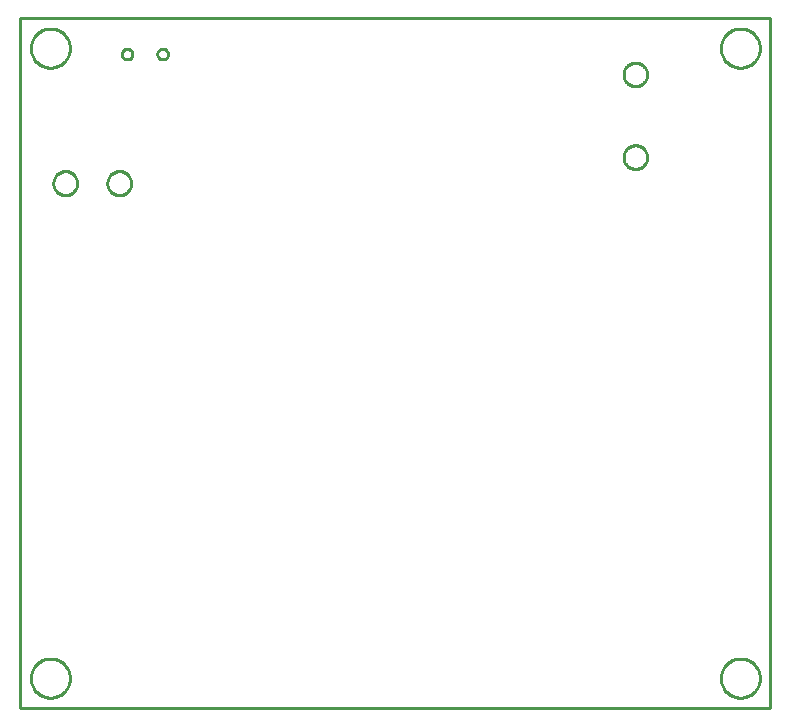
<source format=gbr>
G04 EAGLE Gerber RS-274X export*
G75*
%MOMM*%
%FSLAX34Y34*%
%LPD*%
%IN*%
%IPPOS*%
%AMOC8*
5,1,8,0,0,1.08239X$1,22.5*%
G01*
%ADD10C,0.254000*%


D10*
X0Y0D02*
X635000Y0D01*
X635000Y584200D01*
X0Y584100D01*
X0Y0D01*
X48260Y444056D02*
X48183Y443173D01*
X48029Y442299D01*
X47799Y441442D01*
X47496Y440608D01*
X47121Y439804D01*
X46677Y439036D01*
X46168Y438309D01*
X45598Y437629D01*
X44971Y437002D01*
X44291Y436432D01*
X43564Y435923D01*
X42796Y435479D01*
X41992Y435104D01*
X41158Y434801D01*
X40301Y434571D01*
X39427Y434417D01*
X38544Y434340D01*
X37656Y434340D01*
X36773Y434417D01*
X35899Y434571D01*
X35042Y434801D01*
X34208Y435104D01*
X33404Y435479D01*
X32636Y435923D01*
X31909Y436432D01*
X31229Y437002D01*
X30602Y437629D01*
X30032Y438309D01*
X29523Y439036D01*
X29079Y439804D01*
X28704Y440608D01*
X28401Y441442D01*
X28171Y442299D01*
X28017Y443173D01*
X27940Y444056D01*
X27940Y444944D01*
X28017Y445827D01*
X28171Y446701D01*
X28401Y447558D01*
X28704Y448392D01*
X29079Y449196D01*
X29523Y449964D01*
X30032Y450691D01*
X30602Y451371D01*
X31229Y451998D01*
X31909Y452568D01*
X32636Y453077D01*
X33404Y453521D01*
X34208Y453896D01*
X35042Y454199D01*
X35899Y454429D01*
X36773Y454583D01*
X37656Y454660D01*
X38544Y454660D01*
X39427Y454583D01*
X40301Y454429D01*
X41158Y454199D01*
X41992Y453896D01*
X42796Y453521D01*
X43564Y453077D01*
X44291Y452568D01*
X44971Y451998D01*
X45598Y451371D01*
X46168Y450691D01*
X46677Y449964D01*
X47121Y449196D01*
X47496Y448392D01*
X47799Y447558D01*
X48029Y446701D01*
X48183Y445827D01*
X48260Y444944D01*
X48260Y444056D01*
X93980Y444056D02*
X93903Y443173D01*
X93749Y442299D01*
X93519Y441442D01*
X93216Y440608D01*
X92841Y439804D01*
X92397Y439036D01*
X91888Y438309D01*
X91318Y437629D01*
X90691Y437002D01*
X90011Y436432D01*
X89284Y435923D01*
X88516Y435479D01*
X87712Y435104D01*
X86878Y434801D01*
X86021Y434571D01*
X85147Y434417D01*
X84264Y434340D01*
X83376Y434340D01*
X82493Y434417D01*
X81619Y434571D01*
X80762Y434801D01*
X79928Y435104D01*
X79124Y435479D01*
X78356Y435923D01*
X77629Y436432D01*
X76949Y437002D01*
X76322Y437629D01*
X75752Y438309D01*
X75243Y439036D01*
X74799Y439804D01*
X74424Y440608D01*
X74121Y441442D01*
X73891Y442299D01*
X73737Y443173D01*
X73660Y444056D01*
X73660Y444944D01*
X73737Y445827D01*
X73891Y446701D01*
X74121Y447558D01*
X74424Y448392D01*
X74799Y449196D01*
X75243Y449964D01*
X75752Y450691D01*
X76322Y451371D01*
X76949Y451998D01*
X77629Y452568D01*
X78356Y453077D01*
X79124Y453521D01*
X79928Y453896D01*
X80762Y454199D01*
X81619Y454429D01*
X82493Y454583D01*
X83376Y454660D01*
X84264Y454660D01*
X85147Y454583D01*
X86021Y454429D01*
X86878Y454199D01*
X87712Y453896D01*
X88516Y453521D01*
X89284Y453077D01*
X90011Y452568D01*
X90691Y451998D01*
X91318Y451371D01*
X91888Y450691D01*
X92397Y449964D01*
X92841Y449196D01*
X93216Y448392D01*
X93519Y447558D01*
X93749Y446701D01*
X93903Y445827D01*
X93980Y444944D01*
X93980Y444056D01*
X520263Y526500D02*
X519394Y526576D01*
X518534Y526728D01*
X517690Y526954D01*
X516870Y527252D01*
X516078Y527621D01*
X515322Y528058D01*
X514607Y528559D01*
X513938Y529120D01*
X513320Y529738D01*
X512759Y530407D01*
X512258Y531122D01*
X511821Y531878D01*
X511452Y532670D01*
X511154Y533490D01*
X510928Y534334D01*
X510776Y535194D01*
X510700Y536063D01*
X510700Y536937D01*
X510776Y537807D01*
X510928Y538666D01*
X511154Y539510D01*
X511452Y540330D01*
X511821Y541122D01*
X512258Y541878D01*
X512759Y542593D01*
X513320Y543262D01*
X513938Y543880D01*
X514607Y544441D01*
X515322Y544942D01*
X516078Y545379D01*
X516870Y545748D01*
X517690Y546046D01*
X518534Y546272D01*
X519394Y546424D01*
X520263Y546500D01*
X521137Y546500D01*
X522007Y546424D01*
X522866Y546272D01*
X523710Y546046D01*
X524530Y545748D01*
X525322Y545379D01*
X526078Y544942D01*
X526793Y544441D01*
X527462Y543880D01*
X528080Y543262D01*
X528641Y542593D01*
X529142Y541878D01*
X529579Y541122D01*
X529948Y540330D01*
X530246Y539510D01*
X530472Y538666D01*
X530624Y537807D01*
X530700Y536937D01*
X530700Y536063D01*
X530624Y535194D01*
X530472Y534334D01*
X530246Y533490D01*
X529948Y532670D01*
X529579Y531878D01*
X529142Y531122D01*
X528641Y530407D01*
X528080Y529738D01*
X527462Y529120D01*
X526793Y528559D01*
X526078Y528058D01*
X525322Y527621D01*
X524530Y527252D01*
X523710Y526954D01*
X522866Y526728D01*
X522007Y526576D01*
X521137Y526500D01*
X520263Y526500D01*
X520263Y456500D02*
X519394Y456576D01*
X518534Y456728D01*
X517690Y456954D01*
X516870Y457252D01*
X516078Y457621D01*
X515322Y458058D01*
X514607Y458559D01*
X513938Y459120D01*
X513320Y459738D01*
X512759Y460407D01*
X512258Y461122D01*
X511821Y461878D01*
X511452Y462670D01*
X511154Y463490D01*
X510928Y464334D01*
X510776Y465194D01*
X510700Y466063D01*
X510700Y466937D01*
X510776Y467807D01*
X510928Y468666D01*
X511154Y469510D01*
X511452Y470330D01*
X511821Y471122D01*
X512258Y471878D01*
X512759Y472593D01*
X513320Y473262D01*
X513938Y473880D01*
X514607Y474441D01*
X515322Y474942D01*
X516078Y475379D01*
X516870Y475748D01*
X517690Y476046D01*
X518534Y476272D01*
X519394Y476424D01*
X520263Y476500D01*
X521137Y476500D01*
X522007Y476424D01*
X522866Y476272D01*
X523710Y476046D01*
X524530Y475748D01*
X525322Y475379D01*
X526078Y474942D01*
X526793Y474441D01*
X527462Y473880D01*
X528080Y473262D01*
X528641Y472593D01*
X529142Y471878D01*
X529579Y471122D01*
X529948Y470330D01*
X530246Y469510D01*
X530472Y468666D01*
X530624Y467807D01*
X530700Y466937D01*
X530700Y466063D01*
X530624Y465194D01*
X530472Y464334D01*
X530246Y463490D01*
X529948Y462670D01*
X529579Y461878D01*
X529142Y461122D01*
X528641Y460407D01*
X528080Y459738D01*
X527462Y459120D01*
X526793Y458559D01*
X526078Y458058D01*
X525322Y457621D01*
X524530Y457252D01*
X523710Y456954D01*
X522866Y456728D01*
X522007Y456576D01*
X521137Y456500D01*
X520263Y456500D01*
X41910Y24860D02*
X41839Y23781D01*
X41698Y22709D01*
X41487Y21649D01*
X41208Y20605D01*
X40860Y19581D01*
X40446Y18583D01*
X39968Y17613D01*
X39428Y16677D01*
X38827Y15778D01*
X38169Y14921D01*
X37457Y14108D01*
X36692Y13344D01*
X35879Y12631D01*
X35022Y11973D01*
X34123Y11372D01*
X33187Y10832D01*
X32217Y10354D01*
X31219Y9940D01*
X30195Y9592D01*
X29151Y9313D01*
X28091Y9102D01*
X27019Y8961D01*
X25940Y8890D01*
X24860Y8890D01*
X23781Y8961D01*
X22709Y9102D01*
X21649Y9313D01*
X20605Y9592D01*
X19581Y9940D01*
X18583Y10354D01*
X17613Y10832D01*
X16677Y11372D01*
X15778Y11973D01*
X14921Y12631D01*
X14108Y13344D01*
X13344Y14108D01*
X12631Y14921D01*
X11973Y15778D01*
X11372Y16677D01*
X10832Y17613D01*
X10354Y18583D01*
X9940Y19581D01*
X9592Y20605D01*
X9313Y21649D01*
X9102Y22709D01*
X8961Y23781D01*
X8890Y24860D01*
X8890Y25940D01*
X8961Y27019D01*
X9102Y28091D01*
X9313Y29151D01*
X9592Y30195D01*
X9940Y31219D01*
X10354Y32217D01*
X10832Y33187D01*
X11372Y34123D01*
X11973Y35022D01*
X12631Y35879D01*
X13344Y36692D01*
X14108Y37457D01*
X14921Y38169D01*
X15778Y38827D01*
X16677Y39428D01*
X17613Y39968D01*
X18583Y40446D01*
X19581Y40860D01*
X20605Y41208D01*
X21649Y41487D01*
X22709Y41698D01*
X23781Y41839D01*
X24860Y41910D01*
X25940Y41910D01*
X27019Y41839D01*
X28091Y41698D01*
X29151Y41487D01*
X30195Y41208D01*
X31219Y40860D01*
X32217Y40446D01*
X33187Y39968D01*
X34123Y39428D01*
X35022Y38827D01*
X35879Y38169D01*
X36692Y37457D01*
X37457Y36692D01*
X38169Y35879D01*
X38827Y35022D01*
X39428Y34123D01*
X39968Y33187D01*
X40446Y32217D01*
X40860Y31219D01*
X41208Y30195D01*
X41487Y29151D01*
X41698Y28091D01*
X41839Y27019D01*
X41910Y25940D01*
X41910Y24860D01*
X626110Y24860D02*
X626039Y23781D01*
X625898Y22709D01*
X625687Y21649D01*
X625408Y20605D01*
X625060Y19581D01*
X624646Y18583D01*
X624168Y17613D01*
X623628Y16677D01*
X623027Y15778D01*
X622369Y14921D01*
X621657Y14108D01*
X620892Y13344D01*
X620079Y12631D01*
X619222Y11973D01*
X618323Y11372D01*
X617387Y10832D01*
X616417Y10354D01*
X615419Y9940D01*
X614395Y9592D01*
X613351Y9313D01*
X612291Y9102D01*
X611219Y8961D01*
X610140Y8890D01*
X609060Y8890D01*
X607981Y8961D01*
X606909Y9102D01*
X605849Y9313D01*
X604805Y9592D01*
X603781Y9940D01*
X602783Y10354D01*
X601813Y10832D01*
X600877Y11372D01*
X599978Y11973D01*
X599121Y12631D01*
X598308Y13344D01*
X597544Y14108D01*
X596831Y14921D01*
X596173Y15778D01*
X595572Y16677D01*
X595032Y17613D01*
X594554Y18583D01*
X594140Y19581D01*
X593792Y20605D01*
X593513Y21649D01*
X593302Y22709D01*
X593161Y23781D01*
X593090Y24860D01*
X593090Y25940D01*
X593161Y27019D01*
X593302Y28091D01*
X593513Y29151D01*
X593792Y30195D01*
X594140Y31219D01*
X594554Y32217D01*
X595032Y33187D01*
X595572Y34123D01*
X596173Y35022D01*
X596831Y35879D01*
X597544Y36692D01*
X598308Y37457D01*
X599121Y38169D01*
X599978Y38827D01*
X600877Y39428D01*
X601813Y39968D01*
X602783Y40446D01*
X603781Y40860D01*
X604805Y41208D01*
X605849Y41487D01*
X606909Y41698D01*
X607981Y41839D01*
X609060Y41910D01*
X610140Y41910D01*
X611219Y41839D01*
X612291Y41698D01*
X613351Y41487D01*
X614395Y41208D01*
X615419Y40860D01*
X616417Y40446D01*
X617387Y39968D01*
X618323Y39428D01*
X619222Y38827D01*
X620079Y38169D01*
X620892Y37457D01*
X621657Y36692D01*
X622369Y35879D01*
X623027Y35022D01*
X623628Y34123D01*
X624168Y33187D01*
X624646Y32217D01*
X625060Y31219D01*
X625408Y30195D01*
X625687Y29151D01*
X625898Y28091D01*
X626039Y27019D01*
X626110Y25940D01*
X626110Y24860D01*
X41910Y558260D02*
X41839Y557181D01*
X41698Y556109D01*
X41487Y555049D01*
X41208Y554005D01*
X40860Y552981D01*
X40446Y551983D01*
X39968Y551013D01*
X39428Y550077D01*
X38827Y549178D01*
X38169Y548321D01*
X37457Y547508D01*
X36692Y546744D01*
X35879Y546031D01*
X35022Y545373D01*
X34123Y544772D01*
X33187Y544232D01*
X32217Y543754D01*
X31219Y543340D01*
X30195Y542992D01*
X29151Y542713D01*
X28091Y542502D01*
X27019Y542361D01*
X25940Y542290D01*
X24860Y542290D01*
X23781Y542361D01*
X22709Y542502D01*
X21649Y542713D01*
X20605Y542992D01*
X19581Y543340D01*
X18583Y543754D01*
X17613Y544232D01*
X16677Y544772D01*
X15778Y545373D01*
X14921Y546031D01*
X14108Y546744D01*
X13344Y547508D01*
X12631Y548321D01*
X11973Y549178D01*
X11372Y550077D01*
X10832Y551013D01*
X10354Y551983D01*
X9940Y552981D01*
X9592Y554005D01*
X9313Y555049D01*
X9102Y556109D01*
X8961Y557181D01*
X8890Y558260D01*
X8890Y559340D01*
X8961Y560419D01*
X9102Y561491D01*
X9313Y562551D01*
X9592Y563595D01*
X9940Y564619D01*
X10354Y565617D01*
X10832Y566587D01*
X11372Y567523D01*
X11973Y568422D01*
X12631Y569279D01*
X13344Y570092D01*
X14108Y570857D01*
X14921Y571569D01*
X15778Y572227D01*
X16677Y572828D01*
X17613Y573368D01*
X18583Y573846D01*
X19581Y574260D01*
X20605Y574608D01*
X21649Y574887D01*
X22709Y575098D01*
X23781Y575239D01*
X24860Y575310D01*
X25940Y575310D01*
X27019Y575239D01*
X28091Y575098D01*
X29151Y574887D01*
X30195Y574608D01*
X31219Y574260D01*
X32217Y573846D01*
X33187Y573368D01*
X34123Y572828D01*
X35022Y572227D01*
X35879Y571569D01*
X36692Y570857D01*
X37457Y570092D01*
X38169Y569279D01*
X38827Y568422D01*
X39428Y567523D01*
X39968Y566587D01*
X40446Y565617D01*
X40860Y564619D01*
X41208Y563595D01*
X41487Y562551D01*
X41698Y561491D01*
X41839Y560419D01*
X41910Y559340D01*
X41910Y558260D01*
X626110Y558260D02*
X626039Y557181D01*
X625898Y556109D01*
X625687Y555049D01*
X625408Y554005D01*
X625060Y552981D01*
X624646Y551983D01*
X624168Y551013D01*
X623628Y550077D01*
X623027Y549178D01*
X622369Y548321D01*
X621657Y547508D01*
X620892Y546744D01*
X620079Y546031D01*
X619222Y545373D01*
X618323Y544772D01*
X617387Y544232D01*
X616417Y543754D01*
X615419Y543340D01*
X614395Y542992D01*
X613351Y542713D01*
X612291Y542502D01*
X611219Y542361D01*
X610140Y542290D01*
X609060Y542290D01*
X607981Y542361D01*
X606909Y542502D01*
X605849Y542713D01*
X604805Y542992D01*
X603781Y543340D01*
X602783Y543754D01*
X601813Y544232D01*
X600877Y544772D01*
X599978Y545373D01*
X599121Y546031D01*
X598308Y546744D01*
X597544Y547508D01*
X596831Y548321D01*
X596173Y549178D01*
X595572Y550077D01*
X595032Y551013D01*
X594554Y551983D01*
X594140Y552981D01*
X593792Y554005D01*
X593513Y555049D01*
X593302Y556109D01*
X593161Y557181D01*
X593090Y558260D01*
X593090Y559340D01*
X593161Y560419D01*
X593302Y561491D01*
X593513Y562551D01*
X593792Y563595D01*
X594140Y564619D01*
X594554Y565617D01*
X595032Y566587D01*
X595572Y567523D01*
X596173Y568422D01*
X596831Y569279D01*
X597544Y570092D01*
X598308Y570857D01*
X599121Y571569D01*
X599978Y572227D01*
X600877Y572828D01*
X601813Y573368D01*
X602783Y573846D01*
X603781Y574260D01*
X604805Y574608D01*
X605849Y574887D01*
X606909Y575098D01*
X607981Y575239D01*
X609060Y575310D01*
X610140Y575310D01*
X611219Y575239D01*
X612291Y575098D01*
X613351Y574887D01*
X614395Y574608D01*
X615419Y574260D01*
X616417Y573846D01*
X617387Y573368D01*
X618323Y572828D01*
X619222Y572227D01*
X620079Y571569D01*
X620892Y570857D01*
X621657Y570092D01*
X622369Y569279D01*
X623027Y568422D01*
X623628Y567523D01*
X624168Y566587D01*
X624646Y565617D01*
X625060Y564619D01*
X625408Y563595D01*
X625687Y562551D01*
X625898Y561491D01*
X626039Y560419D01*
X626110Y559340D01*
X626110Y558260D01*
X94910Y553425D02*
X94833Y552840D01*
X94680Y552270D01*
X94455Y551725D01*
X94160Y551215D01*
X93801Y550747D01*
X93383Y550329D01*
X92915Y549970D01*
X92405Y549675D01*
X91860Y549450D01*
X91290Y549297D01*
X90705Y549220D01*
X90115Y549220D01*
X89530Y549297D01*
X88960Y549450D01*
X88415Y549675D01*
X87905Y549970D01*
X87437Y550329D01*
X87019Y550747D01*
X86660Y551215D01*
X86365Y551725D01*
X86140Y552270D01*
X85987Y552840D01*
X85910Y553425D01*
X85910Y554015D01*
X85987Y554600D01*
X86140Y555170D01*
X86365Y555715D01*
X86660Y556225D01*
X87019Y556693D01*
X87437Y557111D01*
X87905Y557470D01*
X88415Y557765D01*
X88960Y557990D01*
X89530Y558143D01*
X90115Y558220D01*
X90705Y558220D01*
X91290Y558143D01*
X91860Y557990D01*
X92405Y557765D01*
X92915Y557470D01*
X93383Y557111D01*
X93801Y556693D01*
X94160Y556225D01*
X94455Y555715D01*
X94680Y555170D01*
X94833Y554600D01*
X94910Y554015D01*
X94910Y553425D01*
X124910Y553425D02*
X124833Y552840D01*
X124680Y552270D01*
X124455Y551725D01*
X124160Y551215D01*
X123801Y550747D01*
X123383Y550329D01*
X122915Y549970D01*
X122405Y549675D01*
X121860Y549450D01*
X121290Y549297D01*
X120705Y549220D01*
X120115Y549220D01*
X119530Y549297D01*
X118960Y549450D01*
X118415Y549675D01*
X117905Y549970D01*
X117437Y550329D01*
X117019Y550747D01*
X116660Y551215D01*
X116365Y551725D01*
X116140Y552270D01*
X115987Y552840D01*
X115910Y553425D01*
X115910Y554015D01*
X115987Y554600D01*
X116140Y555170D01*
X116365Y555715D01*
X116660Y556225D01*
X117019Y556693D01*
X117437Y557111D01*
X117905Y557470D01*
X118415Y557765D01*
X118960Y557990D01*
X119530Y558143D01*
X120115Y558220D01*
X120705Y558220D01*
X121290Y558143D01*
X121860Y557990D01*
X122405Y557765D01*
X122915Y557470D01*
X123383Y557111D01*
X123801Y556693D01*
X124160Y556225D01*
X124455Y555715D01*
X124680Y555170D01*
X124833Y554600D01*
X124910Y554015D01*
X124910Y553425D01*
M02*

</source>
